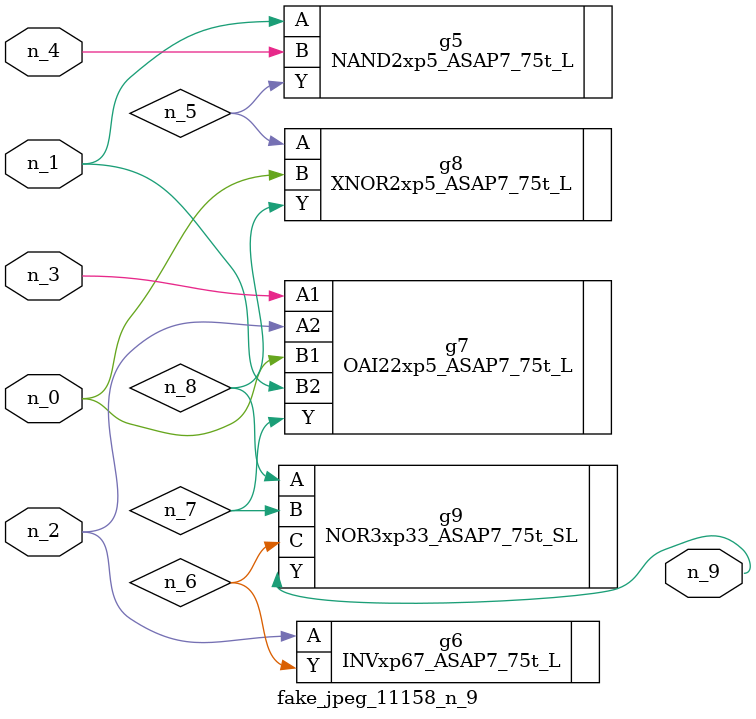
<source format=v>
module fake_jpeg_11158_n_9 (n_3, n_2, n_1, n_0, n_4, n_9);

input n_3;
input n_2;
input n_1;
input n_0;
input n_4;

output n_9;

wire n_8;
wire n_6;
wire n_5;
wire n_7;

NAND2xp5_ASAP7_75t_L g5 ( 
.A(n_1),
.B(n_4),
.Y(n_5)
);

INVxp67_ASAP7_75t_L g6 ( 
.A(n_2),
.Y(n_6)
);

OAI22xp5_ASAP7_75t_L g7 ( 
.A1(n_3),
.A2(n_2),
.B1(n_0),
.B2(n_1),
.Y(n_7)
);

XNOR2xp5_ASAP7_75t_L g8 ( 
.A(n_5),
.B(n_0),
.Y(n_8)
);

NOR3xp33_ASAP7_75t_SL g9 ( 
.A(n_8),
.B(n_7),
.C(n_6),
.Y(n_9)
);


endmodule
</source>
